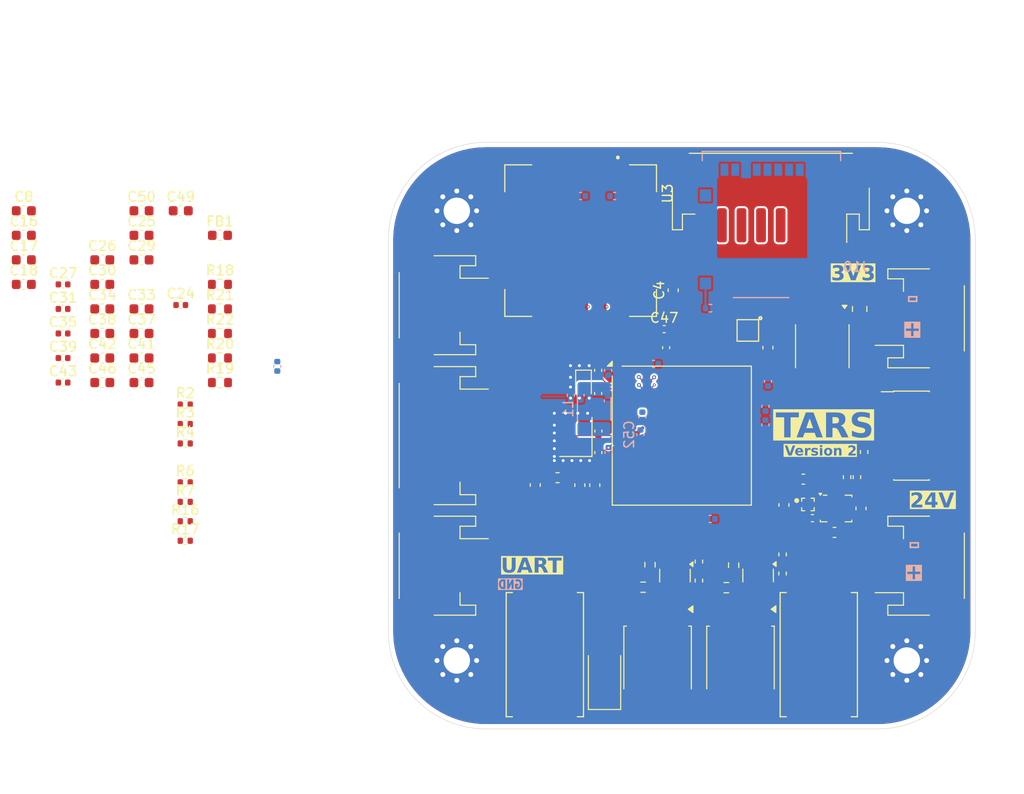
<source format=kicad_pcb>
(kicad_pcb (version 20241229) (generator "pcbnew") (generator_version "9.0")
  (layers (0 "F.Cu" signal) (4 "In1.Cu" power) (6 "In2.Cu" signal) (8 "In3.Cu" signal) (10 "In4.Cu" signal) (2 "B.Cu" signal) (13 "F.Paste" user) (15 "B.Paste" user) (5 "F.SilkS" user "F.Silkscreen") (7 "B.SilkS" user "B.Silkscreen") (1 "F.Mask" user) (3 "B.Mask" user) (25 "Edge.Cuts" user))
  (net 0 "")
  (net 1 "GND")
  (net 2 "3V3")
  (net 3 "SCL1")
  (net 4 "SDA1")
  (net 5 "/IGNITE")
  (net 6 "/DEPLOY")
  (net 7 "/~{NRST}")
  (net 8 "Net-(U3-VCC)")
  (net 9 "/HSE_OUT")
  (net 10 "/HSE_IN")
  (net 11 "/SWDCLK")
  (net 12 "/SWDIO")
  (net 13 "/3V3_EXT")
  (net 14 "/LSE_IN")
  (net 15 "/LSE_OUT")
  (net 16 "/SDMMC1_CMD")
  (net 17 "/SDMMC1_CLK")
  (net 18 "/SDMMC1_D3")
  (net 19 "/SDMMC1_D2")
  (net 20 "/SDMMC1_D1")
  (net 21 "/SDMMC1_D0")
  (net 22 "Net-(U4-CRST)")
  (net 23 "Net-(U6-VFBSMPS)")
  (net 24 "IMU_SCL")
  (net 25 "IMU_SDA")
  (net 26 "/SD_DETECT")
  (net 27 "/SDMMC1_SW")
  (net 28 "/SD_VDD")
  (net 29 "Net-(Q1-G)")
  (net 30 "Net-(Q1-D)")
  (net 31 "Net-(D1-K)")
  (net 32 "/SPI2_MISO")
  (net 33 "/SPI2_NSS")
  (net 34 "/UART4_TX")
  (net 35 "/UART4_RX")
  (net 36 "/SPI2_MOSI")
  (net 37 "/SPI2_SCK")
  (net 38 "/SDMMC1_CLK_Conn")
  (net 39 "Net-(C21-Pad1)")
  (net 40 "I2C3_SDA")
  (net 41 "/SPI3_NSS")
  (net 42 "/SPI3_MISO")
  (net 43 "/SPI3_MOSI")
  (net 44 "/SPI3_SCK")
  (net 45 "Net-(U6-VLXSMPS)")
  (net 46 "Net-(Q2-G)")
  (net 47 "BMM350_INT")
  (net 48 "Net-(Q2-D)")
  (net 49 "Net-(Q1-S)")
  (net 50 "Net-(Q2-S)")
  (net 51 "+24V")
  (net 52 "INA260_INT")
  (net 54 "BMP581_INT")
  (net 55 "LSM_INT2")
  (net 56 "LSM_INT1")
  (net 57 "Net-(C24-Pad1)")
  (net 58 "/PWR_PAD")
  (net 63 "Net-(J7-GNDDetect)")
  (net 66 "I2C3_SCL")
  (net 70 "Net-(U6-BOOT0)")
  (net 73 "GNSS_TX")
  (net 78 "GNSS_RST")
  (net 79 "GNSS_RX")
  (net 102 "VREF")
  (footprint "Resistor_SMD:R_0402_1005Metric" (layer "F.Cu") (at 226.75 104.825 -90)
    (property "Reference" "R10" (hide yes))
    (property "Value" "100k")
  )
  (footprint "Capacitor_SMD:C_0402_1005Metric" (layer "F.Cu") (at 161.75 79.55)
    (property "Reference" "C35")
    (property "Value" "100nF")
  )
  (footprint "Resistor_SMD:R_0603_1608Metric" (layer "F.Cu") (at 221.75 103.2 90)
    (property "Reference" "R12" (hide yes))
    (property "Value" "10k")
  )
  (footprint "Capacitor_SMD:C_0402_1005Metric" (layer "F.Cu") (at 216.47 89.53 90)
    (property "Reference" "C12" (hide yes))
    (property "Value" "8pF")
  )
  (footprint "Resistor_SMD:R_0603_1608Metric" (layer "F.Cu") (at 229.55 105.55 180)
    (property "Reference" "R15" (hide yes))
    (property "Value" "10k")
  )
  (footprint "Resistor_SMD:R_0603_1608Metric" (layer "F.Cu") (at 177.79 84.57)
    (property "Reference" "R19")
    (property "Value" "10k")
  )
  (footprint "Capacitor_SMD:C_0402_1005Metric" (layer "F.Cu") (at 161.75 82.06)
    (property "Reference" "C39")
    (property "Value" "100nF")
  )
  (footprint "Resistor_SMD:R_0402_1005Metric" (layer "F.Cu") (at 235.3 104.1 -90)
    (property "Reference" "R11" (hide yes))
    (property "Value" "100k")
  )
  (footprint "Package_BGA:TFBGA-265_14x14mm_Layout17x17_P0.8mm" (layer "F.Cu") (at 225 90)
    (property "Reference" "U6" (hide yes))
    (property "Value" "STM32H757XIHx")
  )
  (footprint "Capacitor_SMD:C_0402_1005Metric" (layer "F.Cu") (at 223.2 79.11)
    (property "Reference" "C47")
    (property "Value" "100nF")
  )
  (footprint "MountingHole:MountingHole_2.7mm_M2.5_Pad_Via" (layer "F.Cu") (at 248 67)
    (property "Reference" "H2" (hide yes))
    (property "Value" "MountingHole_Pad")
  )
  (footprint "Resistor_SMD:R_0402_1005Metric" (layer "F.Cu") (at 174.24 94.78)
    (property "Reference" "R6")
    (property "Value" "10k")
  )
  (footprint "Capacitor_SMD:C_0402_1005Metric" (layer "F.Cu") (at 223.4 81 90)
    (property "Reference" "C21" (hide yes))
    (property "Value" "2.2uF")
  )
  (footprint "Capacitor_SMD:C_0603_1608Metric" (layer "F.Cu") (at 157.74 69.51)
    (property "Reference" "C16")
    (property "Value" "100nF")
  )
  (footprint "Capacitor_SMD:C_0603_1608Metric" (layer "F.Cu") (at 157.74 72.02)
    (property "Reference" "C17")
    (property "Value" "2.2uF")
  )
  (footprint "Capacitor_SMD:C_0402_1005Metric" (layer "F.Cu") (at 161.75 84.57)
    (property "Reference" "C43")
    (property "Value" "100nF")
  )
  (footprint "Resistor_SMD:R_0603_1608Metric" (layer "F.Cu") (at 230.3 103.25 90)
    (property "Reference" "R13" (hide yes))
    (property "Value" "10k")
  )
  (footprint "Resistor_SMD:R_0402_1005Metric" (layer "F.Cu") (at 235.3 102.15 90)
    (property "Reference" "R9" (hide yes))
    (property "Value" "1k")
  )
  (footprint "Resistor_SMD:R_0402_1005Metric" (layer "F.Cu") (at 174.24 88.81)
    (property "Reference" "R3")
    (property "Value" "10k")
  )
  (footprint "WAGO_4mm:WAGO_2060-452_998-404" (layer "F.Cu") (at 239 112.4 90)
    (property "Reference" "J9" (hide yes))
    (property "Value" "Screw_Terminal_01x02")
  )
  (footprint "Connector_JST:JST_PH_S3B-PH-SM4-TB_1x03-1MP_P2.00mm_Horizontal" (layer "F.Cu") (at 249.37 78 90)
    (property "Reference" "J3" (hide yes))
    (property "Value" "Conn_01x03")
  )
  (footprint "Capacitor_SMD:C_0402_1005Metric" (layer "F.Cu") (at 161.75 74.53)
    (property "Reference" "C27")
    (property "Value" "100nF")
  )
  (footprint "Capacitor_SMD:C_0603_1608Metric" (layer "F.Cu") (at 173.78 67)
    (property "Reference" "C49")
    (property "Value" "100nF")
  )
  (footprint "Capacitor_SMD:C_0603_1608Metric" (layer "F.Cu") (at 233.8025 80.9975 -90)
    (property "Reference" "C11" (hide yes))
    (property "Value" "100nF")
  )
  (footprint "Capacitor_SMD:C_0603_1608Metric" (layer "F.Cu") (at 240.6075 99.9)
    (property "Reference" "C2" (hide yes))
    (property "Value" "100nF")
  )
  (footprint "Resistor_SMD:R_0402_1005Metric" (layer "F.Cu") (at 243.64 91.68 90)
    (property "Reference" "R1" (hide yes))
    (property "Value" "100R")
  )
  (footprint "Connector_JST:JST_PH_S3B-PH-SM4-TB_1x03-1MP_P2.00mm_Horizontal" (layer "F.Cu") (at 249.37 103.3 90)
    (property "Reference" "J4" (hide yes))
    (property "Value" "Conn_01x03")
  )
  (footprint "Connector_JST:JST_PH_S5B-PH-SM4-TB_1x05-1MP_P2.00mm_Horizontal" (layer "F.Cu") (at 200.62 90 -90)
    (property "Reference" "J1" (hide yes))
    (property "Value" "Conn_01x05_Pin")
  )
  (footprint "Capacitor_SMD:C_0603_1608Metric" (layer "F.Cu") (at 165.76 77.04)
    (property "Reference" "C34")
    (property "Value" "100nF")
  )
  (footprint "Resistor_SMD:R_0402_1005Metric" (layer "F.Cu") (at 242.9 94.24 90)
    (property "Reference" "R10" (hide yes))
    (property "Value" "10k")
  )
  (footprint "Resistor_SMD:R_0402_1005Metric" (layer "F.Cu") (at 174.24 86.82)
    (property "Reference" "R2")
    (property "Value" "10k")
  )
  (footprint "MountingHole:MountingHole_2.7mm_M2.5_Pad_Via" (layer "F.Cu") (at 202 113)
    (property "Reference" "H4" (hide yes))
    (property "Value" "MountingHole_Pad")
  )
  (footprint "MountingHole:MountingHole_2.7mm_M2.5_Pad_Via" (layer "F.Cu") (at 202 67)
    (property "Reference" "H1" (hide yes))
    (property "Value" "MountingHole_Pad")
  )
  (footprint "Package_TO_SOT_SMD:SOT-23" (layer "F.Cu") (at 232.8 104.3 -90)
    (property "Reference" "Q2" (hide yes))
    (property "Value" "2N7002")
  )
  (footprint "Connector_PinHeader_1.27mm:PinHeader_2x07_P1.27mm_Vertical_SMD" (layer "F.Cu") (at 248.48 90)
    (property "Reference" "J7" (hide yes))
    (property "Value" "Conn_ST_STDC14")
  )
  (footprint "Capacitor_SMD:C_0402_1005Metric" (layer "F.Cu") (at 216.45 83.32 90)
    (property "Reference" "C9" (hide yes))
    (property "Value" "4pF")
  )
  (footprint "Capacitor_SMD:C_0603_1608Metric" (layer "F.Cu") (at 224.12 75.13 90)
    (property "Reference" "C4")
    (property "Value" "100nF")
  )
  (footprint "Capacitor_SMD:C_0402_1005Metric" (layer "F.Cu") (at 173.78 76.64)
    (property "Reference" "C24")
    (property "Value" "2.2uF")
  )
  (footprint "Capacitor_SMD:C_0603_1608Metric" (layer "F.Cu") (at 169.77 72.02)
    (property "Reference" "C29")
    (property "Value" "100nF")
  )
  (footprint "Diode_SMD:D_SMA" (layer "F.Cu") (at 217.1 114.5 90)
    (property "Reference" "D1" (hide yes))
    (property "Value" "SS54")
  )
  (footprint "Connector_JST:JST_PH_S3B-PH-SM4-TB_1x03-1MP_P2.00mm_Horizontal" (layer "F.Cu") (at 200.62 76.66 -90)
    (property "Reference" "J6" (hide yes))
    (property "Value" "Conn_01x03_Pin")
  )
  (footprint "Resistor_SMD:R_0603_1608Metric" (layer "F.Cu") (at 177.79 77.04)
    (property "Reference" "R21")
    (property "Value" "4.7k")
  )
  (footprint "WAGO_4mm:WAGO_2060-452_998-404" (layer "F.Cu") (at 211 112.4 90)
    (property "Reference" "J8" (hide yes))
    (property "Value" "Screw_Terminal_01x02")
  )
  (footprint "Capacitor_SMD:C_0603_1608Metric" (layer "F.Cu") (at 165.76 79.55)
    (property "Reference" "C38")
    (property "Value" "100nF")
  )
  (footprint "Capacitor_SMD:C_0603_1608Metric" (layer "F.Cu") (at 169.77 77.04)
    (property "Reference" "C33")
    (property "Value" "4.7uF")
  )
  (footprint "IRFR9210N:TO229P990X239-3N" (layer "F.Cu") (at 223.025 112 -90)
    (property "Reference" "Q3" (hide yes))
    (property "Value" "IRFR9120N" (hide yes))
  )
  (footprint "Capacitor_SMD:C_0603_1608Metric" (layer "F.Cu") (at 243.315 97.4475 90)
    (property "Reference" "C6" (hide yes))
    (property "Value" "100nF")
  )
  (footprint "Connector_JST:JST_PH_S3B-PH-SM4-TB_1x03-1MP_P2.00mm_Horizontal" (layer "F.Cu") (at 200.62 103.3 -90)
    (property "Reference" "J2" (hide yes))
    (property "Value" "Conn_01x03_Pin")
  )
  (footprint "Capacitor_SMD:C_0402_1005Metric" (layer "F.Cu") (at 216.45 85.68 -90)
    (property "Reference" "C14" (hide yes))
    (property "Value" "4pF")
  )
  (footprint "BMM350:BGA9C40P3X3_128X128X50" (layer "F.Cu") (at 237.89 97.04)
    (property "Reference" "U4" (hide yes))
    (property "Value" "BMM350")
  )
  (footprint "Capacitor_SMD:C_0805_2012Metric" (layer "F.Cu") (at 243.18 77.04 90)
    (property "Reference" "C5" (hide yes))
    (property "Value" "100nF")
  )
  (footprint "Capacitor_SMD:C_0603_1608Metric" (layer "F.Cu") (at 169.77 82.06)
    (property "Reference" "C41")
    (property "Value" "4.7uF")
  )
  (footprint "Capacitor_SMD:C_0402_1005Metric" (layer "F.Cu") (at 161.75 77.04)
    (property "Reference" "C31")
    (property "Value" "100nF")
  )
  (footprint "Package_LGA:LGA-14_3x2.5mm_P0.5mm_LayoutBorder3x4y" (layer "F.Cu") (at 240.77 97.45)
    (property "Reference" "U1" (hide yes))
    (property "Value" "~")
  )
  (footprint "Resistor_SMD:R_0603_1608Metric" (layer "F.Cu") (at 221.05 105.5 180)
    (property "Reference" "R14" (hide yes))
    (property "Value" "10k")
  )
  (footprint "Capacitor_SMD:C_0603_1608Metric" (layer "F.Cu") (at 165.76 74.53)
    (property "Reference" "C30")
    (property "Value" "100nF")
  )
  (footprint "Capacitor_SMD:C_0603_1608Metric" (layer "F.Cu") (at 157.74 67)
    (property "Reference" "C8")
    (property "Value" "100nF")
  )
  (footprint "Resistor_SMD:R_0603_1608Metric" (layer "F.Cu") (at 177.79 79.55)
    (property "Reference" "R22")
    (property "Value" "4.7k")
  )
  (footprint "Resistor_SMD:R_0402_1005Metric" (layer "F.Cu") (at 174.24 96.77)
    (property "Reference" "R7")
    (property "Value" "10k")
  )
  (footprint "MountingHole:MountingHole_2.7mm_M2.5_Pad_Via" (layer "F.Cu") (at 248 113)
    (property "Reference" "H3" (hide yes))
    (property "Value" "MountingHole_Pad")
  )
  (footprint "Inductor_SMD:L_0603_1608Metric" (layer "F.Cu") (at 177.79 69.51)
    (property "Reference" "FB1")
    (property "Value" "100R")
  )
  (footprint "Capacitor_SMD:C_0603_1608Metric" (layer "F.Cu") (at 169.77 84.57)
    (property "Reference" "C45")
    (property "Value" "100nF")
  )
  (footprint "Capacitor_SMD:C_0402_1005Metric" (layer "F.Cu") (at 216.47 91.73 -90)
    (property "Reference" "C10" (hide yes))
    (property "Value" "8pF")
  )
  (footprint "Capacitor_SMD:C_0603_1608Metric" (layer "F.Cu") (at 216.1075 95.06 -90)
    (property "Reference" "C54" (hide yes))
    (property "Value" "10nF")
  )
  (footprint "Package_TO_SOT_SMD:SOT-23" (layer "F.Cu") (at 224.3 104.3125 -90)
    (property "Reference" "Q1" (hide yes))
    (property "Value" "2N7002")
  )
  (footprint "Capacitor_SMD:C_0603_1608Metric" (layer "F.Cu") (at 165.76 84.57)
    (property "Reference" "C46")
    (property "Value" "100nF")
  )
  (footprint "Capacitor_SMD:C_0402_1005Metric" (layer "F.Cu") (at 238.35 98.44)
    (property "Reference" "C15" (hide yes))
    (property "Value" "2.2uF")
  )
  (footprint "Resistor_SMD:R_0402_1005Metric" (layer "F.Cu") (at 174.24 100.75)
    (property "Reference" "R17")
    (property "Value" "10k")
  )
  (footprint "Capacitor_SMD:C_0603_1608Metric" (layer "F.Cu") (at 237.42 94.45 180)
    (property "Reference" "C13" (hide yes))
    (property "Value" "100nF")
  )
  (footprint "Capacitor_SMD:C_0603_1608Metric" (layer "F.Cu") (at 214.5775 95.06 -90)
    (property "Reference" "C55" (hide yes))
    (property "Value" "1uF")
  )
  (footprint "Capacitor_SMD:C_0603_1608Metric" (layer "F.Cu") (at 210.0175 95.05 -90)
    (property "Reference" "C56" (hide yes))
    (property "Value" "1uF")
  )
  (footprint "Capacitor_SMD:C_0603_1608Metric" (layer "F.Cu") (at 169.77 67)
    (property "Reference" "C50")
    (property "Value" "100nF")
  )
  (footprint "Resistor_SMD:R_0603_1608Metric" (layer "F.Cu") (at 177.79 74.53)
    (property "Reference" "R18")
    (property "Value" "100k")
  )
  (footprint "SAM-M10Q-00B:XCVR_SAM-M10Q-00B" (layer "F.Cu") (at 214.66 70.05 -90)
    (property "Reference" "U3")
    (property "Value" "SAM-M10Q-00B")
  )
  (footprint "Connector_JST:JST_PH_S8B-PH-SM4-TB_1x08-1MP_P2.00mm_Horizontal" (layer "F.Cu") (at 234.1 65.63 180)
    (property "Reference" "J5" (hide yes))
    (property "Value" "Conn_01x06_Pin")
  )
  (footprint "BMP581:BMP581" (layer "F.Cu") (at 231.75 79.2375)
    (property "Reference" "U5" (hide yes))
    (property "Value" "BMP581")
  )
  (footprint "IRFR9210N:TO229P990X239-3N" (layer "F.Cu") (at 231.5 112 -90)
    (property "Reference" "Q4" (hide yes))
    (property "Value" "IRFR9120N" (hide yes))
  )
  (footprint "Inductor_SMD:L_0603_1608Metric" (layer "F.Cu") (at 212.3 94.3 180)
    (property "Reference" "FB2" (hide yes))
    (property "Value" "100R")
  )
  (footprint "Resistor_SMD:R_0402_1005Metric" (layer "F.Cu") (at 174.24 90.8)
    (property "Reference" "R4")
    (property "Value" "10k")
  )
  (footprint "Capacitor_SMD:C_0603_1608Metric" (layer "F.Cu") (at 235.44 97.09 90)
    (property "Reference" "C7" (hide yes))
    (property "Value" "100nF")
  )
  (footprint "Capacitor_SMD:C_0603_1608Metric" (layer "F.Cu") (at 157.74 74.53)
    (property "Reference" "C18")
    (property "Value" "2.2uF")
  )
  (footprint "Crystal:Crystal_SMD_3225-4Pin_3.2x2.5mm" (layer "F.Cu") (at 214.17 90.13 90)
    (property "Reference" "Y1" (hide yes))
    (property "Value" "25MHz")
  )
  (footprint "Crystal:Crystal_SMD_2012-2Pin_2.0x1.2mm" (layer "F.Cu") (at 214.95 84.5 -90)
    (property "Reference" "Y2" (hide yes))
    (property "Value" "32.768kHz")
  )
  (footprint "Resistor_SMD:R_0402_1005Metric" (layer "F.Cu") (at 174.24 98.76)
    (property "Reference" "R16")
    (property "Value" "22R")
  )
  (footprint "Capacitor_SMD:C_0603_1608Metric" (layer "F.Cu") (at 165.76 72.02)
    (property "Reference" "C26")
    (property "Value" "100nF")
  )
  (footprint "Capacitor_SMD:C_0603_1608Metric" (layer "F.Cu") (at 169.77 79.55)
    (property "Reference" "C37")
    (property "Value" "4.7uF")
  )
  (footprint "Capacitor_SMD:C_0603_1608Metric" (layer "F.Cu") (at 169.77 69.51)
    (property "Reference" "C25")
    (property "Value" "100nF")
  )
  (footprint "Resistor_SMD:R_0402_1005Metric" (layer "F.Cu") (at 226.75 102.875 90)
    (property "Reference" "R8" (hide yes))
    (property "Value" "1k")
  )
  (footprint "Resistor_SMD:R_0603_1608Metric" (layer "F.Cu") (at 177.79 82.06)
    (property "Reference" "R20")
    (property "Value" "10k")
  )
  (footprint "Capacitor_SMD:C_0603_1608Metric" (layer "F.Cu") (at 165.76 82.06)
    (property "Reference" "C42")
    (property "Value" "100nF")
  )
  (footprint "Resistor_SMD:R_0402_1005Metric" (layer "F.Cu") (at 241.9 94.241887 -90)
    (property "Reference" "R11" (hide yes))
    (property "Value" "10k")
  )
  (footprint "Package_SO:TSSOP-16_4.4x5mm_P0.65mm" (layer "F.Cu") (at 239.36 80.8575 -90)
    (property "Reference" "U2" (hide yes))
    (property "Value" "INA260")
  )
  (footprint "Capacitor_SMD:C_0402_1005Metric" (layer "B.Cu") (at 227.9 98.52 180)
    (property "Reference" "C32" (hide yes))
    (property "Value" "100nF")
  )
  (footprint "Capacitor_SMD:C_0402_1005Metric" (layer "B.Cu") (at 222.11 82.66 180)
    (property "Reference" "C51" (hide yes))
    (property "Value" "100nF")
  )
  (footprint "Capacitor_SMD:C_0402_1005Metric" (layer "B.Cu") (at 218.13 65.49 180)
    (property "Reference" "C3" (hide yes))
    (property "Value" "100nF")
  )
  (footprint "Capacitor_SMD:C_0402_1005Metric" (layer "B.Cu") (at 214.65 85.88 90)
    (property "Reference" "C20" (hide yes))
    (property "Value" "10uF")
  )
  (footprint "Capacitor_SMD:C_0402_1005Metric" (layer "B.Cu") (at 217.47 83.33 90)
    (property "Reference" "C28" (hide yes))
    (property "Value" "100nF")
  )
  (footprint "Capacitor_SMD:C_0402_1005Metric" (layer "B.Cu") (at 233.55 88.89 -90)
    (property "Reference" "C40" (hide yes))
    (property "Value" "100nF")
  )
  (footprint "Capacitor_SMD:C_0402_1005Metric" (layer "B.Cu") (at 217.51 91.7 -90)
    (property "Reference" "C19" (hide yes))
    (property "Value" "100nF")
  )
  (footprint "Capacitor_SMD:C_0402_1005Metric" (layer "B.Cu") (at 220.77 89.89 -90)
    (property "Reference" "C52")
    (property "Value" "100nF")
  )
  (footprint "Capacitor_SMD:C_0402_1005Metric" (layer "B.Cu") (at 183.65 82.91 -90)
    (property "Reference" "C53" (hide yes))
    (property "Value" "4.7uF")
  )
  (footprint "Capacitor_SMD:C_0402_1005Metric" (layer "B.Cu") (at 233.81 84.45 90)
    (property "Reference" "C44" (hide yes))
    (property "Value" "100nF")
  )
  (footprint "Capacitor_SMD:C_0402_1005Metric" (layer "B.Cu") (at 213.65 85.88 90)
    (property "Reference" "C22" (hide yes))
    (property "Value" "10uF")
  )
  (footprint "Capacitor_SMD:C_0402_1005Metric" (layer "B.Cu") (at 233.55 87 90)
    (property "Reference" "C36" (hide yes))
    (property "Value" "100nF")
  )
  (footprint "Capacitor_SMD:C_0402_1005Metric" (layer "B.Cu") (at 220.97 88.08 -90)
    (property "Reference" "C48" (hide yes))
    (property "Value" "100nF")
  )
  (footprint "SD_Molex:MOLEX_503182-1852" (layer "B.Cu") (at 234.16 69.155 180)
    (property "Reference" "J10")
    (property "Value" "503182-1852")
  )
  (footprint "Capacitor_SMD:C_1812_4532Metric" (layer "B.Cu") (at 216.04 87.27 -90)
    (property "Reference" "L1")
    (property "Value" "2.2uH")
  )
  (footprint "Capacitor_SMD:C_0402_1005Metric" (layer "B.Cu") (at 217.44 86.43 -90)
    (property "Reference" "C23" (hide yes))
    (property "Value" "220pF")
  )
  (footprint "Resistor_SMD:R_0402_1005Metric" (layer "B.Cu") (at 227.93 76.96)
    (property "Reference" "R5" (hide yes))
    (property "Value" "1M")
  )
  (footprint "Capacitor_SMD:C_0402_1005Metric" (layer "B.Cu") (at 214.66 65.49)
    (property "Reference" "C1" (hide yes))
    (property "Value" "100nF")
  )
  (gr_line (start 195 110) (end 195 70) (stroke (width 0.05)) (layer "Edge.Cuts"))
  (gr_arc (start 254.999999 109.999999) (mid 252.071067 117.071067) (end 244.999999 119.999999) (stroke (width 0.05)) (layer "Edge.Cuts"))
  (gr_line (start 205 60) (end 245 60) (stroke (width 0.05)) (layer "Edge.Cuts"))
  (gr_arc (start 195 70) (mid 197.928932 62.928932) (end 205 60) (stroke (width 0.05)) (layer "Edge.Cuts"))
  (gr_line (start 245 119.999999) (end 205.000001 119.999999) (stroke (width 0.05)) (layer "Edge.Cuts"))
  (gr_line (start 255 70) (end 254.999999 110) (stroke (width 0.05)) (layer "Edge.Cuts"))
  (gr_arc (start 245 60) (mid 252.071068 62.928932) (end 255 70) (stroke (width 0.05)) (layer "Edge.Cuts"))
  (gr_arc (start 205.000001 119.999999) (mid 197.928933 117.071067) (end 195.000001 109.999999) (stroke (width 0.05)) (layer "Edge.Cuts"))
  (gr_text "3V3" (at 240.25 74.36 0) (layer "F.SilkS" knockout) (effects (font (size 1.5 1.5) (thickness 0.3) (bold yes)) (justify left bottom)))
  (gr_text "TARS" (at 234.6 90.6 0) (layer "F.SilkS" knockout) (effects (font (size 2.5 2.5) (thickness 0.375) (bold yes)) (justify left bottom)))
  (gr_text "Version 2" (at 235.52 92.2 0) (layer "F.SilkS" knockout) (effects (font (size 1 1) (thickness 0.25) (bold yes)) (justify left bottom)))
  (gr_text "UART" (at 206.5 104.26 0) (layer "F.SilkS" knockout) (effects (font (size 1.5 1.5) (thickness 0.3) (bold yes)) (justify left bottom)))
  (gr_text "24V" (at 248.31 97.6 0) (layer "F.SilkS" knockout) (effects (font (size 1.5 1.5) (thickness 0.3) (bold yes)) (justify left bottom)))
  (gr_text "GND" (at 208.825 105.7 0) (layer "B.SilkS" knockout) (effects (font (size 0.8 0.8) (thickness 0.2) (bold yes)) (justify left bottom mirror)))
  (gr_text "-" (at 249.2 102.05 -0) (layer "B.SilkS" knockout) (effects (font (size 1.5 1.5) (thickness 0.3) (bold yes)) (justify left bottom mirror)))
  (gr_text "-" (at 249.04 76.88 -0) (layer "B.SilkS" knockout) (effects (font (size 1.5 1.5) (thickness 0.3) (bold yes)) (justify left bottom mirror)))
  (gr_text "+" (at 249.6 104.95 -0) (layer "B.SilkS" knockout) (effects (font (size 1.5 1.5) (thickness 0.3) (bold yes)) (justify left bottom mirror)))
  (gr_text "+" (at 249.44 80.08 -0) (layer "B.SilkS" knockout) (effects (font (size 1.5 1.5) (thickness 0.3) (bold yes)) (justify left bottom mirror)))
  (segment (start 213.62 84.03) (end 213.62 82.84) (width 0.5) (layer "F.Cu") (net 1))
  (segment (start 213.62 85.03) (end 213.62 84.03) (width 0.5) (layer "F.Cu") (net 1))
  (segment (start 215.94 87.71) (end 216.47 88.24) (width 0.5) (layer "F.Cu") (net 1))
  (segment (start 215.53 82.84) (end 216.41 82.84) (width 0.5) (layer "F.Cu") (net 1))
  (segment (start 216.13 92.55) (end 211.97 92.55) (width 0.5) (layer "F.Cu") (net 1))
  (segment (start 213.62 86.16) (end 213.62 85.03) (width 0.5) (layer "F.Cu") (net 1))
  (segment (start 211.97 92.55) (end 211.97 87.71) (width 0.5) (layer "F.Cu") (net 1))
  (segment (start 215.54 86.16) (end 216.42 86.16) (width 0.5) (layer "F.Cu") (net 1))
  (segment (start 213.62 82.84) (end 214.53 82.84) (width 0.5) (layer "F.Cu") (net 1))
  (segment (start 216.47 88.24) (end 216.47 89.05) (width 0.5) (layer "F.Cu") (net 1))
  (segment (start 211.97 87.71) (end 215.94 87.71) (width 0.5) (layer "F.Cu") (net 1))
  (segment (start 214.54 86.16) (end 215.54 86.16) (width 0.5) (layer "F.Cu") (net 1))
  (segment (start 216.47 92.21) (end 216.13 92.55) (width 0.5) (layer "F.Cu") (net 1))
  (segment (start 213.63 86.16) (end 214.54 86.16) (width 0.5) (layer "F.Cu") (net 1))
  (segment (start 214.53 82.84) (end 215.53 82.84) (width 0.5) (layer "F.Cu") (net 1))
  (via (at 211.97 87.71) (size 0.6) (drill 0.3) (layers "F.Cu" "B.Cu") (net 1))
  (via (at 211.97 89.73) (size 0.6) (drill 0.3) (layers "F.Cu" "B.Cu") (net 1))
  (via (at 211.97 91.33) (size 0.6) (drill 0.3) (layers "F.Cu" "B.Cu") (net 1))
  (via (at 214.67 92.55) (size 0.6) (drill 0.3) (layers "F.Cu" "B.Cu") (net 1))
  (via (at 213.63 86.16) (size 0.6) (drill 0.3) (layers "F.Cu" "B.Cu") (net 1))
  (via (at 214.54 86.16) (size 0.6) (drill 0.3) (layers "F.Cu" "B.Cu") (net 1))
  (via (at 215.54 86.16) (size 0.6) (drill 0.3) (layers "F.Cu" "B.Cu") (net 1))
  (via (at 211.97 92.55) (size 0.6) (drill 0.3) (layers "F.Cu" "B.Cu") (net 1))
  (via (at 213.12 87.71) (size 0.6) (drill 0.3) (layers "F.Cu" "B.Cu") (net 1))
  (via (at 213.62 84.03) (size 0.6) (drill 0.3) (layers "F.Cu" "B.Cu") (net 1))
  (via (at 214.37 87.71) (size 0.6) (drill 0.3) (layers "F.Cu" "B.Cu") (net 1))
  (via (at 215.57 92.55) (size 0.6) (drill 0.3) (layers "F.Cu" "B.Cu") (net 1))
  (via (at 211.97 88.93) (size 0.6) (drill 0.3) (layers "F.Cu" "B.Cu") (net 1))
  (via (at 212.87 92.55) (size 0.6) (drill 0.3) (layers "F.Cu" "B.Cu") (net 1))
  (via (at 215.37 87.71) (size 0.6) (drill 0.3) (layers "F.Cu" "B.Cu") (net 1))
  (via (at 215.53 82.84) (size 0.6) (drill 0.3) (layers "F.Cu" "B.Cu") (net 1))
  (via (at 211.97 92.13) (size 0.6) (drill 0.3) (layers "F.Cu" "B.Cu") (net 1))
  (via (at 213.77 92.55) (size 0.6) (drill 0.3) (layers "F.Cu" "B.Cu") (net 1))
  (via (at 213.62 82.84) (size 0.6) (drill 0.3) (layers "F.Cu" "B.Cu") (net 1))
  (via (at 213.62 85.03) (size 0.6) (drill 0.3) (layers "F.Cu" "B.Cu") (net 1))
  (via (at 211.97 90.53) (size 0.6) (drill 0.3) (layers "F.Cu" "B.Cu") (net 1))
  (via (at 214.53 82.84) (size 0.6) (drill 0.3) (layers "F.Cu" "B.Cu") (net 1))
  (segment (start 211.5125 94.3) (end 210.0425 94.3) (width 0.5) (layer "F.Cu") (net 2))
  (segment (start 210.0425 94.3) (end 210.0175 94.275) (width 0.1) (layer "F.Cu") (net 2))
  (segment (start 221.8 84.4) (end 222.17 84.03) (width 0.1) (layer "F.Cu") (net 3))
  (via (at 222.17 84.03) (size 0.4) (drill 0.2) (layers "F.Cu" "B.Cu") (net 3))
  (segment (start 221.8 85.2) (end 222.19 84.81) (width 0.1) (layer "F.Cu") (net 4))
  (via (at 222.19 84.81) (size 0.3) (drill 0.15) (layers "F.Cu" "B.Cu") (net 4))
  (segment (start 218.6 90.8) (end 217.93 90.8) (width 0.1) (layer "F.Cu") (net 7))
  (segment (start 217.93 90.8) (end 217.51 91.22) (width 0.1) (layer "F.Cu") (net 7))
  (via (at 217.51 91.22) (size 0.4) (drill 0.2) (layers "F.Cu" "B.Cu") (net 7))
  (segment (start 215.1 90) (end 215.11 90.01) (width 0.1) (layer "F.Cu") (net 9))
  (segment (start 215.11 90.01) (end 218.59 90.01) (width 0.1) (layer "F.Cu") (net 9))
  (segment (start 218.59 90.01) (end 218.6 90) (width 0.1) (layer "F.Cu") (net 9))
  (segment (start 216.47 90.01) (end 214.19 90.01) (width 0.1) (layer "F.Cu") (net 9))
  (segment (start 214.19 90.01) (end 213.32 89.14) (width 0.1) (layer "F.Cu") (net 9))
  (segment (start 218.98 90.42) (end 219.4 90) (width 0.1) (layer "F.Cu") (net 10))
  (segment (start 216.48 91.24) (end 217.3 90.42) (width 0.1) (layer "F.Cu") (net 10))
  (segment (start 217.3 90.42) (end 218.98 90.42) (width 0.1) (layer "F.Cu") (net 10))
  (segment (start 216.47 91.25) (end 215.04 91.25) (width 0.1) (layer "F.Cu") (net 10))
  (segment (start 215.04 91.25) (end 215.02 91.23) (width 0.1) (layer "F.Cu") (net 10))
  (segment (start 243.18 77.99) (end 246.51 77.99) (width 0.1) (layer "F.Cu") (net 13))
  (segment (start 246.51 77.99) (end 246.52 78) (width 0.1) (layer "F.Cu") (net 13))
  (segment (start 243.18 77.99) (end 240.34 77.99) (width 0.1) (layer "F.Cu") (net 13))
  (segment (start 240.34 77.99) (end 240.335 77.995) (width 0.1) (layer "F.Cu") (net 13))
  (segment (start 217.47 84.82) (end 216.45 83.8) (width 0.1) (layer "F.Cu") (net 14))
  (segment (start 216.41 83.8) (end 214.95 83.8) (width 0.1) (layer "F.Cu") (net 14))
  (segment (start 219.02 84.82) (end 217.47 84.82) (width 0.1) (layer "F.Cu") (net 14))
  (segment (start 219.4 85.2) (end 219.02 84.82) (width 0.1) (layer "F.Cu") (net 14))
  (segment (start 214.95 85.2) (end 218.6 85.2) (width 0.1) (layer "F.Cu") (net 15))
  (segment (start 227.4 85.2) (end 227.8 84.8) (width 0.1) (layer "F.Cu") (net 17))
  (segment (start 227.8 84.8) (end 227.8 82.67) (width 0.1) (layer "F.Cu") (net 17))
  (segment (start 228.57 84.03) (end 228.57 82.67) (width 0.1) (layer "F.Cu") (net 18))
  (segment (start 228.2 84.4) (end 228.57 84.03) (width 0.1) (layer "F.Cu") (net 18))
  (segment (start 228.2 83.6) (end 228.2 82.66) (width 0.1) (layer "F.Cu") (net 19))
  (segment (start 213.0475 86) (end 210.82 86) (width 0.1) (layer "B.Cu") (net 23))
  (segment (start 210.82 86) (end 210.81 86.01) (width 0.1) (layer "B.Cu") (net 23))
  (segment (start 227.42 76.96) (end 227.42 74.43) (width 0.2) (layer "B.Cu") (net 26))
  (segment (start 223.4 83.6) (end 223.4 81.48) (width 0.1) (layer "F.Cu") (net 39))
  (segment (start 221 84.395645) (end 221 84.4) (width 0.1) (layer "F.Cu") (net 73))
  (segment (start 220.6 84) (end 220.604355 84) (width 0.1) (layer "F.Cu") (net 73))
  (segment (start 220.604355 84) (end 221 84.395645) (width 0.1) (layer "F.Cu") (net 73))
  (via (at 220.6 84) (size 0.4) (drill 0.2) (layers "F.Cu" "B.Cu") (net 73))
  (via (at 217.34 76.82) (size 0.3) (drill 0.15) (layers "F.Cu" "B.Cu") (net 73))
  (segment (start 221 85.2) (end 220.62 84.82) (width 0.1) (layer "F.Cu") (net 79))
  (via (at 215.44 76.82) (size 0.3) (drill 0.15) (layers "F.Cu" "B.Cu") (net 79))
  (via (at 220.62 84.82) (size 0.4) (drill 0.2) (layers "F.Cu" "B.Cu") (net 79))
  (segment (start 216.0925 94.3) (end 216.1075 94.285) (width 0.1) (layer "F.Cu") (net 102))
  (segment (start 216.1075 94.2825) (end 216.1075 94.285) (width 0.1) (layer "F.Cu") (net 102))
  (segment (start 218.6 91.6) (end 218.6 92.4) (width 0.3) (layer "F.Cu") (net 102))
  (segment (start 217.99 92.4) (end 216.1075 94.2825) (width 0.3) (layer "F.Cu") (net 102))
  (segment (start 218.6 92.4) (end 217.99 92.4) (width 0.3) (layer "F.Cu") (net 102))
  (segment (start 213.0875 94.3) (end 216.0925 94.3) (width 0.5) (layer "F.Cu") (net 102))
  (zone (net 51) (net_name "+24V") (layer "F.Cu") (priority 6) (connect_pads yes (clearance 0.2)) (min_thickness 0.25) (fill yes (thermal_gap 0.5) (thermal_bridge_width 0.5))
    (polygon (pts (xy 244.4 102.7) (xy 247.9 102.7) (xy 247.9 105.8) (xy 244.4 105.8)))
  )
  (zone (net 0) (net_name "") (layer "F.Cu") (connect_pads yes (clearance 0)) (min_thickness 0.25)
    (keepout (tracks allowed) (vias allowed) (pads allowed) (copperpour not_allowed) (footprints allowed))
    (fill (thermal_gap 0.5) (thermal_bridge_width 0.5))
    (polygon (pts (xy 212.44 88) (xy 212.44 92.26) (xy 215.9 92.26) (xy 215.9 92.04) (xy 215.9 88)))
  )
  (zone (net 0) (net_name "") (layer "F.Cu") (connect_pads yes (clearance 0)) (min_thickness 0.25)
    (keepout (tracks allowed) (vias allowed) (pads allowed) (copperpour not_allowed) (footprints allowed))
    (fill (thermal_gap 0.5) (thermal_bridge_width 0.5))
    (polygon (pts (xy 215.88 83.17) (xy 215.88 85.83) (xy 214.02 85.83) (xy 214.02 83.17)))
  )
  (zone (net 58) (net_name "/PWR_PAD") (layer "F.Cu") (priority 3) (connect_pads yes (clearance 0.2)) (min_thickness 0.25) (fill yes (thermal_gap 0.5) (thermal_bridge_width 0.5))
    (polygon (pts (xy 228 110.5) (xy 238 110.5) (xy 238 117.5) (xy 228 117.5)))
  )
  (zone (net 1) (net_name "GND") (layers "F.Cu" "B.Cu" "In1.Cu" "In2.Cu" "In3.Cu" "In4.Cu") (name "GND") (connect_pads yes (clearance 0.2)) (min_thickness 0.25) (fill yes (thermal_gap 0.5) (thermal_bridge_width 0.5))
    (polygon (pts (xy 192.420685 54.796928) (xy 257.820685 54.796928) (xy 257.820685 126.676928) (xy 192.420685 126.676928)))
  )
)
</source>
